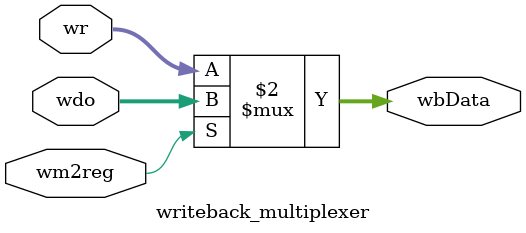
<source format=v>
`timescale 1ns / 1ps


module writeback_multiplexer(
    input wire [31:0] wr,
    input wire [31:0] wdo,
    input wire wm2reg,
    output reg [31:0] wbData
    );
    always @ (*) begin
        wbData <= wm2reg ? wdo : wr;
    end
endmodule

</source>
